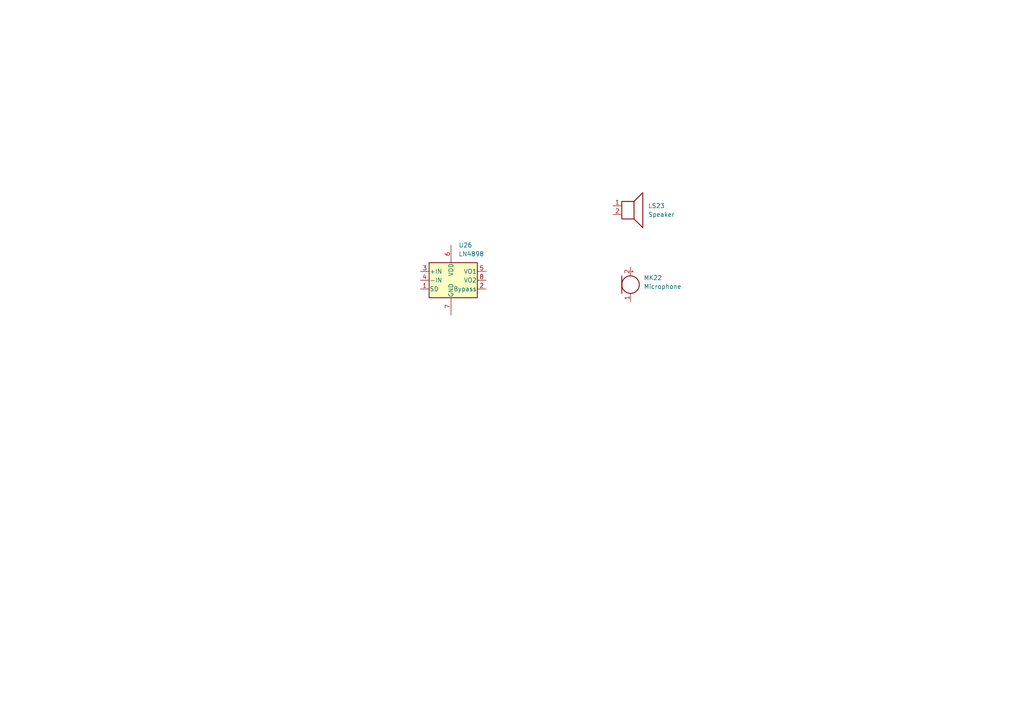
<source format=kicad_sch>
(kicad_sch (version 20230121) (generator eeschema)
  (paper "A4")
  (title_block (title "Audio"))
  (lib_symbols
    (symbol "Device:Microphone" (pin_names (offset 0.0254) hide)
      (property "Reference" "MK" (at -3.81 1.27 0))
      (property "Value" "Microphone" (at -3.81 -0.635 0))
      (symbol "Microphone_0_1"
        (polyline (pts (xy -2.54 2.54) (xy -2.54 -2.54)) (stroke (width 0.254)))
        (polyline (pts (xy 0.254 3.81) (xy 0.762 3.81)))
        (polyline (pts (xy 0.508 4.064) (xy 0.508 3.556)))
        (circle (center 0 0) (radius 2.54) (stroke (width 0.254)))
      )
      (symbol "Microphone_1_1"
        (pin passive line (at 0 -5.08 90) (length 2.54) (name "-") (number "1"))
        (pin passive line (at 0 5.08 270) (length 2.54) (name "+") (number "2"))
      )
    )
    (symbol "Device:Speaker" (pin_names (offset 0) hide)
      (property "Reference" "LS" (at 1.27 5.715 0))
      (property "Value" "Speaker" (at 1.27 3.81 0))
      (symbol "Speaker_0_0"
        (rectangle (start -2.54 1.27) (end 1.016 -3.81) (stroke (width 0.254)))
        (polyline (pts (xy 1.016 1.27) (xy 3.556 3.81) (xy 3.556 -6.35) (xy 1.016 -3.81)) (stroke (width 0.254)))
      )
      (symbol "Speaker_1_1"
        (pin input line (at -5.08 0 0) (length 2.54) (name "1") (number "1"))
        (pin input line (at -5.08 -2.54 0) (length 2.54) (name "2") (number "2"))
      )
    )
    (symbol "UV-K5:LN4898" (pin_names (offset 0.127))
      (property "Reference" "U" (at -5.08 6.35 0))
      (property "Value" "LN4898" (at 5.08 6.35 0))
      (symbol "LN4898_0_1"
        (rectangle (start -6.35 5.08) (end 7.62 -5.08) (stroke (width 0.254)) (fill (type background)))
      )
      (symbol "LN4898_1_1"
        (pin input line (at -8.89 -2.54 0) (length 2.54) (name "SD") (number "1"))
        (pin bidirectional line (at 10.16 -2.54 180) (length 2.54) (name "Bypass") (number "2"))
        (pin input line (at -8.89 2.54 0) (length 2.54) (name "+IN") (number "3"))
        (pin input line (at -8.89 0 0) (length 2.54) (name "-IN") (number "4"))
        (pin input line (at 10.16 2.54 180) (length 2.54) (name "VO1") (number "5"))
        (pin power_in line (at 0 10.16 270) (length 5.08) (name "VDD") (number "6"))
        (pin power_in line (at 0 -10.16 90) (length 5.08) (name "GND") (number "7"))
        (pin input line (at 10.16 0 180) (length 2.54) (name "VO2") (number "8"))
      )
    )
  )
  (symbol (lib_id "UV-K5:LN4898") (at 130.81 81.28 0) (unit 1)
    (property "Reference" "U26" (at 133.0041 71.12 0) (effects (justify left)))
    (property "Value" "LN4898" (at 133.0041 73.66 0) (effects (justify left)))
    (property "Footprint" "Package_SO:SOP-8_3.9x4.9mm_P1.27mm" (effects hide))
    (property "Datasheet" "www.natlinear.com" (effects hide))
  )
  (symbol (lib_id "Device:Speaker") (at 182.88 59.69 0) (unit 1)
    (property "Reference" "LS23" (at 187.96 59.69 0) (effects (justify left)))
    (property "Value" "Speaker" (at 187.96 62.23 0) (effects (justify left)))
  )
  (symbol (lib_id "Device:Microphone") (at 182.88 82.55 0) (unit 1)
    (property "Reference" "MK22" (at 186.69 80.5815 0) (effects (justify left)))
    (property "Value" "Microphone" (at 186.69 83.1215 0) (effects (justify left)))
  )
)
</source>
